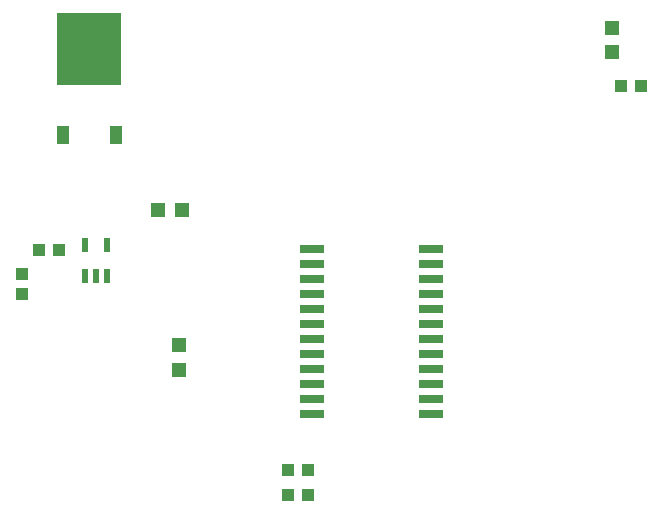
<source format=gbr>
G04 EAGLE Gerber X2 export*
%TF.Part,Single*%
%TF.FileFunction,Paste,Top*%
%TF.FilePolarity,Positive*%
%TF.GenerationSoftware,Autodesk,EAGLE,8.6.3*%
%TF.CreationDate,2018-07-14T15:57:14Z*%
G75*
%MOMM*%
%FSLAX34Y34*%
%LPD*%
%AMOC8*
5,1,8,0,0,1.08239X$1,22.5*%
G01*
%ADD10R,0.550000X1.200000*%
%ADD11R,1.000000X1.100000*%
%ADD12R,5.400000X6.200000*%
%ADD13R,1.000000X1.600000*%
%ADD14R,1.100000X1.000000*%
%ADD15R,2.032000X0.660400*%
%ADD16R,1.200000X1.200000*%


D10*
X80300Y225500D03*
X89800Y225500D03*
X99300Y225500D03*
X99300Y251500D03*
X80300Y251500D03*
D11*
X269200Y60800D03*
X252200Y60800D03*
X252200Y39500D03*
X269200Y39500D03*
D12*
X84300Y417300D03*
D13*
X61500Y344300D03*
X107100Y344300D03*
D11*
X41900Y247200D03*
X58900Y247200D03*
D14*
X27400Y226600D03*
X27400Y209600D03*
D15*
X373392Y108450D03*
X373392Y121150D03*
X373392Y133850D03*
X373392Y146550D03*
X373392Y159250D03*
X373392Y171950D03*
X373392Y184650D03*
X373392Y197350D03*
X272808Y197350D03*
X272808Y184650D03*
X272808Y171950D03*
X272808Y159250D03*
X272808Y146550D03*
X272808Y133850D03*
X272808Y121150D03*
X272808Y108450D03*
X272808Y210050D03*
X272808Y222750D03*
X272808Y235450D03*
X272808Y248150D03*
X373392Y210050D03*
X373392Y222750D03*
X373392Y235450D03*
X373392Y248150D03*
D11*
X534400Y386400D03*
X551400Y386400D03*
D16*
X526600Y414500D03*
X526600Y435500D03*
X163000Y281100D03*
X142000Y281100D03*
X159700Y166800D03*
X159700Y145800D03*
M02*

</source>
